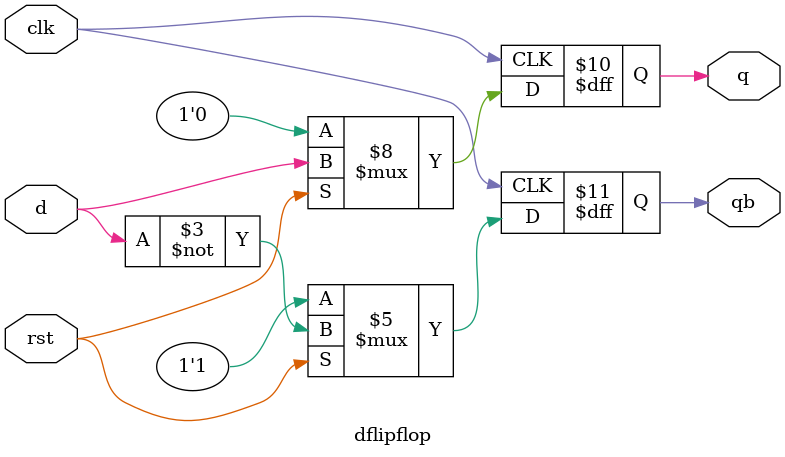
<source format=v>
module dflipflop(q,qb,clk,d,rst);
   input clk,d,rst;
   output q,qb;
   reg q,qb;
   always@(posedge clk)
   begin
      if(!rst)
      begin
         q<=1'b0;
         qb<=1'b1;
      end
      else
      begin
         q=d;
         qb=~d;
      end
   end
endmodule

</source>
